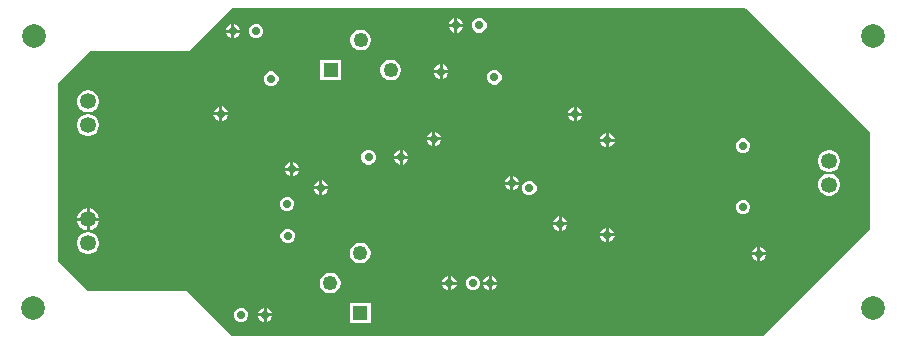
<source format=gbr>
G04*
G04 #@! TF.GenerationSoftware,Altium Limited,Altium Designer,23.8.1 (32)*
G04*
G04 Layer_Physical_Order=2*
G04 Layer_Color=36540*
%FSLAX43Y43*%
%MOMM*%
G71*
G04*
G04 #@! TF.SameCoordinates,4157314E-2F8B-4695-BFB2-F8FC6B21436D*
G04*
G04*
G04 #@! TF.FilePolarity,Positive*
G04*
G01*
G75*
%ADD42C,1.350*%
%ADD43C,2.000*%
%ADD44R,1.250X1.250*%
%ADD45C,1.250*%
%ADD46R,1.250X1.250*%
%ADD47C,0.700*%
G36*
X73800Y17925D02*
X73800Y9750D01*
X64750Y700D01*
X19773D01*
X15973Y4500D01*
X7623D01*
X5075Y7048D01*
Y22100D01*
X7825Y24850D01*
X16175D01*
X19800Y28475D01*
X63250D01*
X73800Y17925D01*
D02*
G37*
%LPC*%
G36*
X38887Y27576D02*
Y27102D01*
X39361D01*
X39272Y27317D01*
X39102Y27487D01*
X38887Y27576D01*
D02*
G37*
G36*
X38633D02*
X38418Y27487D01*
X38248Y27317D01*
X38159Y27102D01*
X38633D01*
Y27576D01*
D02*
G37*
G36*
X20002Y27076D02*
Y26602D01*
X20476D01*
X20387Y26817D01*
X20217Y26987D01*
X20002Y27076D01*
D02*
G37*
G36*
X19748D02*
X19533Y26987D01*
X19363Y26817D01*
X19274Y26602D01*
X19748D01*
Y27076D01*
D02*
G37*
G36*
X39361Y26848D02*
X38887D01*
Y26374D01*
X39102Y26463D01*
X39272Y26633D01*
X39361Y26848D01*
D02*
G37*
G36*
X38633D02*
X38159D01*
X38248Y26633D01*
X38418Y26463D01*
X38633Y26374D01*
Y26848D01*
D02*
G37*
G36*
X40880Y27579D02*
X40640D01*
X40418Y27487D01*
X40248Y27317D01*
X40156Y27095D01*
Y26855D01*
X40248Y26633D01*
X40418Y26463D01*
X40640Y26371D01*
X40880D01*
X41102Y26463D01*
X41272Y26633D01*
X41364Y26855D01*
Y27095D01*
X41272Y27317D01*
X41102Y27487D01*
X40880Y27579D01*
D02*
G37*
G36*
X20476Y26348D02*
X20002D01*
Y25874D01*
X20217Y25963D01*
X20387Y26133D01*
X20476Y26348D01*
D02*
G37*
G36*
X19748D02*
X19274D01*
X19363Y26133D01*
X19533Y25963D01*
X19748Y25874D01*
Y26348D01*
D02*
G37*
G36*
X21995Y27079D02*
X21755D01*
X21533Y26987D01*
X21363Y26817D01*
X21271Y26595D01*
Y26355D01*
X21363Y26133D01*
X21533Y25963D01*
X21755Y25871D01*
X21995D01*
X22217Y25963D01*
X22387Y26133D01*
X22479Y26355D01*
Y26595D01*
X22387Y26817D01*
X22217Y26987D01*
X21995Y27079D01*
D02*
G37*
G36*
X30816Y26629D02*
X30584D01*
X30361Y26569D01*
X30160Y26453D01*
X29997Y26290D01*
X29881Y26089D01*
X29821Y25866D01*
Y25634D01*
X29881Y25411D01*
X29997Y25210D01*
X30160Y25047D01*
X30361Y24931D01*
X30584Y24871D01*
X30816D01*
X31039Y24931D01*
X31240Y25047D01*
X31403Y25210D01*
X31519Y25411D01*
X31579Y25634D01*
Y25866D01*
X31519Y26089D01*
X31403Y26290D01*
X31240Y26453D01*
X31039Y26569D01*
X30816Y26629D01*
D02*
G37*
G36*
X37652Y23676D02*
Y23202D01*
X38126D01*
X38037Y23417D01*
X37867Y23587D01*
X37652Y23676D01*
D02*
G37*
G36*
X37398D02*
X37183Y23587D01*
X37013Y23417D01*
X36924Y23202D01*
X37398D01*
Y23676D01*
D02*
G37*
G36*
X38126Y22948D02*
X37652D01*
Y22474D01*
X37867Y22563D01*
X38037Y22733D01*
X38126Y22948D01*
D02*
G37*
G36*
X37398D02*
X36924D01*
X37013Y22733D01*
X37183Y22563D01*
X37398Y22474D01*
Y22948D01*
D02*
G37*
G36*
X33356Y24089D02*
X33124D01*
X32901Y24029D01*
X32700Y23913D01*
X32537Y23750D01*
X32421Y23549D01*
X32361Y23326D01*
Y23094D01*
X32421Y22871D01*
X32537Y22670D01*
X32700Y22507D01*
X32901Y22391D01*
X33124Y22331D01*
X33356D01*
X33579Y22391D01*
X33780Y22507D01*
X33943Y22670D01*
X34059Y22871D01*
X34119Y23094D01*
Y23326D01*
X34059Y23549D01*
X33943Y23750D01*
X33780Y23913D01*
X33579Y24029D01*
X33356Y24089D01*
D02*
G37*
G36*
X29039D02*
X27281D01*
Y22331D01*
X29039D01*
Y24089D01*
D02*
G37*
G36*
X42150Y23179D02*
X41910D01*
X41688Y23087D01*
X41518Y22917D01*
X41426Y22695D01*
Y22455D01*
X41518Y22233D01*
X41688Y22063D01*
X41910Y21971D01*
X42150D01*
X42372Y22063D01*
X42542Y22233D01*
X42634Y22455D01*
Y22695D01*
X42542Y22917D01*
X42372Y23087D01*
X42150Y23179D01*
D02*
G37*
G36*
X23270Y23079D02*
X23030D01*
X22808Y22987D01*
X22638Y22817D01*
X22546Y22595D01*
Y22355D01*
X22638Y22133D01*
X22808Y21963D01*
X23030Y21871D01*
X23270D01*
X23492Y21963D01*
X23662Y22133D01*
X23754Y22355D01*
Y22595D01*
X23662Y22817D01*
X23492Y22987D01*
X23270Y23079D01*
D02*
G37*
G36*
X18977Y20116D02*
Y19642D01*
X19451D01*
X19362Y19857D01*
X19192Y20027D01*
X18977Y20116D01*
D02*
G37*
G36*
X18723D02*
X18508Y20027D01*
X18338Y19857D01*
X18249Y19642D01*
X18723D01*
Y20116D01*
D02*
G37*
G36*
X7749Y21479D02*
X7505D01*
X7268Y21416D01*
X7057Y21293D01*
X6884Y21120D01*
X6761Y20909D01*
X6698Y20672D01*
Y20428D01*
X6761Y20191D01*
X6884Y19980D01*
X7057Y19807D01*
X7268Y19684D01*
X7505Y19621D01*
X7749D01*
X7986Y19684D01*
X8197Y19807D01*
X8370Y19980D01*
X8493Y20191D01*
X8556Y20428D01*
Y20672D01*
X8493Y20909D01*
X8370Y21120D01*
X8197Y21293D01*
X7986Y21416D01*
X7749Y21479D01*
D02*
G37*
G36*
X49002Y20076D02*
Y19602D01*
X49476D01*
X49387Y19817D01*
X49217Y19987D01*
X49002Y20076D01*
D02*
G37*
G36*
X48748D02*
X48533Y19987D01*
X48363Y19817D01*
X48274Y19602D01*
X48748D01*
Y20076D01*
D02*
G37*
G36*
X19451Y19388D02*
X18977D01*
Y18914D01*
X19192Y19003D01*
X19362Y19173D01*
X19451Y19388D01*
D02*
G37*
G36*
X18723D02*
X18249D01*
X18338Y19173D01*
X18508Y19003D01*
X18723Y18914D01*
Y19388D01*
D02*
G37*
G36*
X49476Y19348D02*
X49002D01*
Y18874D01*
X49217Y18963D01*
X49387Y19133D01*
X49476Y19348D01*
D02*
G37*
G36*
X48748D02*
X48274D01*
X48363Y19133D01*
X48533Y18963D01*
X48748Y18874D01*
Y19348D01*
D02*
G37*
G36*
X7749Y19479D02*
X7505D01*
X7268Y19416D01*
X7057Y19293D01*
X6884Y19120D01*
X6761Y18909D01*
X6698Y18672D01*
Y18428D01*
X6761Y18191D01*
X6884Y17980D01*
X7057Y17807D01*
X7268Y17684D01*
X7505Y17621D01*
X7749D01*
X7986Y17684D01*
X8197Y17807D01*
X8370Y17980D01*
X8493Y18191D01*
X8556Y18428D01*
Y18672D01*
X8493Y18909D01*
X8370Y19120D01*
X8197Y19293D01*
X7986Y19416D01*
X7749Y19479D01*
D02*
G37*
G36*
X37027Y17966D02*
Y17492D01*
X37501D01*
X37412Y17707D01*
X37242Y17877D01*
X37027Y17966D01*
D02*
G37*
G36*
X36773D02*
X36558Y17877D01*
X36388Y17707D01*
X36299Y17492D01*
X36773D01*
Y17966D01*
D02*
G37*
G36*
X51727Y17851D02*
Y17377D01*
X52201D01*
X52112Y17592D01*
X51942Y17762D01*
X51727Y17851D01*
D02*
G37*
G36*
X51473D02*
X51258Y17762D01*
X51088Y17592D01*
X50999Y17377D01*
X51473D01*
Y17851D01*
D02*
G37*
G36*
X37501Y17238D02*
X37027D01*
Y16764D01*
X37242Y16853D01*
X37412Y17023D01*
X37501Y17238D01*
D02*
G37*
G36*
X36773D02*
X36299D01*
X36388Y17023D01*
X36558Y16853D01*
X36773Y16764D01*
Y17238D01*
D02*
G37*
G36*
X52201Y17123D02*
X51727D01*
Y16649D01*
X51942Y16738D01*
X52112Y16908D01*
X52201Y17123D01*
D02*
G37*
G36*
X51473D02*
X50999D01*
X51088Y16908D01*
X51258Y16738D01*
X51473Y16649D01*
Y17123D01*
D02*
G37*
G36*
X63195Y17404D02*
X62955D01*
X62733Y17312D01*
X62563Y17142D01*
X62471Y16920D01*
Y16680D01*
X62563Y16458D01*
X62733Y16288D01*
X62955Y16196D01*
X63195D01*
X63417Y16288D01*
X63587Y16458D01*
X63679Y16680D01*
Y16920D01*
X63587Y17142D01*
X63417Y17312D01*
X63195Y17404D01*
D02*
G37*
G36*
X34252Y16401D02*
Y15927D01*
X34726D01*
X34637Y16142D01*
X34467Y16312D01*
X34252Y16401D01*
D02*
G37*
G36*
X33998D02*
X33783Y16312D01*
X33613Y16142D01*
X33524Y15927D01*
X33998D01*
Y16401D01*
D02*
G37*
G36*
X34726Y15673D02*
X34252D01*
Y15199D01*
X34467Y15288D01*
X34637Y15458D01*
X34726Y15673D01*
D02*
G37*
G36*
X33998D02*
X33524D01*
X33613Y15458D01*
X33783Y15288D01*
X33998Y15199D01*
Y15673D01*
D02*
G37*
G36*
X31495Y16404D02*
X31255D01*
X31033Y16312D01*
X30863Y16142D01*
X30771Y15920D01*
Y15680D01*
X30863Y15458D01*
X31033Y15288D01*
X31255Y15196D01*
X31495D01*
X31717Y15288D01*
X31887Y15458D01*
X31979Y15680D01*
Y15920D01*
X31887Y16142D01*
X31717Y16312D01*
X31495Y16404D01*
D02*
G37*
G36*
X25002Y15391D02*
Y14917D01*
X25476D01*
X25387Y15132D01*
X25217Y15302D01*
X25002Y15391D01*
D02*
G37*
G36*
X24748D02*
X24533Y15302D01*
X24363Y15132D01*
X24274Y14917D01*
X24748D01*
Y15391D01*
D02*
G37*
G36*
X70495Y16429D02*
X70251D01*
X70014Y16366D01*
X69803Y16243D01*
X69630Y16070D01*
X69507Y15859D01*
X69444Y15622D01*
Y15378D01*
X69507Y15141D01*
X69630Y14930D01*
X69803Y14757D01*
X70014Y14634D01*
X70251Y14571D01*
X70495D01*
X70732Y14634D01*
X70943Y14757D01*
X71116Y14930D01*
X71239Y15141D01*
X71302Y15378D01*
Y15622D01*
X71239Y15859D01*
X71116Y16070D01*
X70943Y16243D01*
X70732Y16366D01*
X70495Y16429D01*
D02*
G37*
G36*
X25476Y14663D02*
X25002D01*
Y14189D01*
X25217Y14278D01*
X25387Y14448D01*
X25476Y14663D01*
D02*
G37*
G36*
X24748D02*
X24274D01*
X24363Y14448D01*
X24533Y14278D01*
X24748Y14189D01*
Y14663D01*
D02*
G37*
G36*
X43627Y14226D02*
Y13752D01*
X44101D01*
X44012Y13967D01*
X43842Y14137D01*
X43627Y14226D01*
D02*
G37*
G36*
X43373D02*
X43158Y14137D01*
X42988Y13967D01*
X42899Y13752D01*
X43373D01*
Y14226D01*
D02*
G37*
G36*
X27452Y13851D02*
Y13377D01*
X27926D01*
X27837Y13592D01*
X27667Y13762D01*
X27452Y13851D01*
D02*
G37*
G36*
X27198D02*
X26983Y13762D01*
X26813Y13592D01*
X26724Y13377D01*
X27198D01*
Y13851D01*
D02*
G37*
G36*
X44101Y13498D02*
X43627D01*
Y13024D01*
X43842Y13113D01*
X44012Y13283D01*
X44101Y13498D01*
D02*
G37*
G36*
X43373D02*
X42899D01*
X42988Y13283D01*
X43158Y13113D01*
X43373Y13024D01*
Y13498D01*
D02*
G37*
G36*
X27926Y13123D02*
X27452D01*
Y12649D01*
X27667Y12738D01*
X27837Y12908D01*
X27926Y13123D01*
D02*
G37*
G36*
X27198D02*
X26724D01*
X26813Y12908D01*
X26983Y12738D01*
X27198Y12649D01*
Y13123D01*
D02*
G37*
G36*
X45120Y13804D02*
X44880D01*
X44658Y13712D01*
X44488Y13542D01*
X44396Y13320D01*
Y13080D01*
X44488Y12858D01*
X44658Y12688D01*
X44880Y12596D01*
X45120D01*
X45342Y12688D01*
X45512Y12858D01*
X45604Y13080D01*
Y13320D01*
X45512Y13542D01*
X45342Y13712D01*
X45120Y13804D01*
D02*
G37*
G36*
X70495Y14429D02*
X70251D01*
X70014Y14366D01*
X69803Y14243D01*
X69630Y14070D01*
X69507Y13859D01*
X69444Y13622D01*
Y13378D01*
X69507Y13141D01*
X69630Y12930D01*
X69803Y12757D01*
X70014Y12634D01*
X70251Y12571D01*
X70495D01*
X70732Y12634D01*
X70943Y12757D01*
X71116Y12930D01*
X71239Y13141D01*
X71302Y13378D01*
Y13622D01*
X71239Y13859D01*
X71116Y14070D01*
X70943Y14243D01*
X70732Y14366D01*
X70495Y14429D01*
D02*
G37*
G36*
X24620Y12489D02*
X24380D01*
X24158Y12397D01*
X23988Y12227D01*
X23896Y12005D01*
Y11765D01*
X23988Y11543D01*
X24158Y11373D01*
X24380Y11281D01*
X24620D01*
X24842Y11373D01*
X25012Y11543D01*
X25104Y11765D01*
Y12005D01*
X25012Y12227D01*
X24842Y12397D01*
X24620Y12489D01*
D02*
G37*
G36*
X63220Y12204D02*
X62980D01*
X62758Y12112D01*
X62588Y11942D01*
X62496Y11720D01*
Y11480D01*
X62588Y11258D01*
X62758Y11088D01*
X62980Y10996D01*
X63220D01*
X63442Y11088D01*
X63612Y11258D01*
X63704Y11480D01*
Y11720D01*
X63612Y11942D01*
X63442Y12112D01*
X63220Y12204D01*
D02*
G37*
G36*
X7754Y11478D02*
Y10677D01*
X8555D01*
X8493Y10909D01*
X8370Y11120D01*
X8197Y11293D01*
X7986Y11416D01*
X7754Y11478D01*
D02*
G37*
G36*
X7500D02*
X7268Y11416D01*
X7057Y11293D01*
X6884Y11120D01*
X6761Y10909D01*
X6699Y10677D01*
X7500D01*
Y11478D01*
D02*
G37*
G36*
X47727Y10801D02*
Y10327D01*
X48201D01*
X48112Y10542D01*
X47942Y10712D01*
X47727Y10801D01*
D02*
G37*
G36*
X47473D02*
X47258Y10712D01*
X47088Y10542D01*
X46999Y10327D01*
X47473D01*
Y10801D01*
D02*
G37*
G36*
X8555Y10423D02*
X7754D01*
Y9622D01*
X7986Y9684D01*
X8197Y9807D01*
X8370Y9980D01*
X8493Y10191D01*
X8555Y10423D01*
D02*
G37*
G36*
X7500D02*
X6699D01*
X6761Y10191D01*
X6884Y9980D01*
X7057Y9807D01*
X7268Y9684D01*
X7500Y9622D01*
Y10423D01*
D02*
G37*
G36*
X48201Y10073D02*
X47727D01*
Y9599D01*
X47942Y9688D01*
X48112Y9858D01*
X48201Y10073D01*
D02*
G37*
G36*
X47473D02*
X46999D01*
X47088Y9858D01*
X47258Y9688D01*
X47473Y9599D01*
Y10073D01*
D02*
G37*
G36*
X51727Y9851D02*
Y9377D01*
X52201D01*
X52112Y9592D01*
X51942Y9762D01*
X51727Y9851D01*
D02*
G37*
G36*
X51473D02*
X51258Y9762D01*
X51088Y9592D01*
X50999Y9377D01*
X51473D01*
Y9851D01*
D02*
G37*
G36*
X52201Y9123D02*
X51727D01*
Y8649D01*
X51942Y8738D01*
X52112Y8908D01*
X52201Y9123D01*
D02*
G37*
G36*
X51473D02*
X50999D01*
X51088Y8908D01*
X51258Y8738D01*
X51473Y8649D01*
Y9123D01*
D02*
G37*
G36*
X24645Y9779D02*
X24405D01*
X24183Y9687D01*
X24013Y9517D01*
X23921Y9295D01*
Y9055D01*
X24013Y8833D01*
X24183Y8663D01*
X24405Y8571D01*
X24645D01*
X24867Y8663D01*
X25037Y8833D01*
X25129Y9055D01*
Y9295D01*
X25037Y9517D01*
X24867Y9687D01*
X24645Y9779D01*
D02*
G37*
G36*
X64552Y8251D02*
Y7777D01*
X65026D01*
X64937Y7992D01*
X64767Y8162D01*
X64552Y8251D01*
D02*
G37*
G36*
X64298D02*
X64083Y8162D01*
X63913Y7992D01*
X63824Y7777D01*
X64298D01*
Y8251D01*
D02*
G37*
G36*
X7749Y9479D02*
X7505D01*
X7268Y9416D01*
X7057Y9293D01*
X6884Y9120D01*
X6761Y8909D01*
X6698Y8672D01*
Y8428D01*
X6761Y8191D01*
X6884Y7980D01*
X7057Y7807D01*
X7268Y7684D01*
X7505Y7621D01*
X7749D01*
X7986Y7684D01*
X8197Y7807D01*
X8370Y7980D01*
X8493Y8191D01*
X8556Y8428D01*
Y8672D01*
X8493Y8909D01*
X8370Y9120D01*
X8197Y9293D01*
X7986Y9416D01*
X7749Y9479D01*
D02*
G37*
G36*
X65026Y7523D02*
X64552D01*
Y7049D01*
X64767Y7138D01*
X64937Y7308D01*
X65026Y7523D01*
D02*
G37*
G36*
X64298D02*
X63824D01*
X63913Y7308D01*
X64083Y7138D01*
X64298Y7049D01*
Y7523D01*
D02*
G37*
G36*
X30781Y8594D02*
X30549D01*
X30326Y8534D01*
X30125Y8418D01*
X29962Y8255D01*
X29846Y8054D01*
X29786Y7831D01*
Y7599D01*
X29846Y7376D01*
X29962Y7175D01*
X30125Y7012D01*
X30326Y6896D01*
X30549Y6836D01*
X30781D01*
X31004Y6896D01*
X31205Y7012D01*
X31368Y7175D01*
X31484Y7376D01*
X31544Y7599D01*
Y7831D01*
X31484Y8054D01*
X31368Y8255D01*
X31205Y8418D01*
X31004Y8534D01*
X30781Y8594D01*
D02*
G37*
G36*
X41802Y5751D02*
Y5277D01*
X42276D01*
X42187Y5492D01*
X42017Y5662D01*
X41802Y5751D01*
D02*
G37*
G36*
X41548D02*
X41333Y5662D01*
X41163Y5492D01*
X41074Y5277D01*
X41548D01*
Y5751D01*
D02*
G37*
G36*
X38352D02*
Y5277D01*
X38826D01*
X38737Y5492D01*
X38567Y5662D01*
X38352Y5751D01*
D02*
G37*
G36*
X38098D02*
X37883Y5662D01*
X37713Y5492D01*
X37624Y5277D01*
X38098D01*
Y5751D01*
D02*
G37*
G36*
X42276Y5023D02*
X41802D01*
Y4549D01*
X42017Y4638D01*
X42187Y4808D01*
X42276Y5023D01*
D02*
G37*
G36*
X41548D02*
X41074D01*
X41163Y4808D01*
X41333Y4638D01*
X41548Y4549D01*
Y5023D01*
D02*
G37*
G36*
X38826D02*
X38352D01*
Y4549D01*
X38567Y4638D01*
X38737Y4808D01*
X38826Y5023D01*
D02*
G37*
G36*
X38098D02*
X37624D01*
X37713Y4808D01*
X37883Y4638D01*
X38098Y4549D01*
Y5023D01*
D02*
G37*
G36*
X40345Y5754D02*
X40105D01*
X39883Y5662D01*
X39713Y5492D01*
X39621Y5270D01*
Y5030D01*
X39713Y4808D01*
X39883Y4638D01*
X40105Y4546D01*
X40345D01*
X40567Y4638D01*
X40737Y4808D01*
X40829Y5030D01*
Y5270D01*
X40737Y5492D01*
X40567Y5662D01*
X40345Y5754D01*
D02*
G37*
G36*
X28241Y6054D02*
X28009D01*
X27786Y5994D01*
X27585Y5878D01*
X27422Y5715D01*
X27306Y5514D01*
X27246Y5291D01*
Y5059D01*
X27306Y4836D01*
X27422Y4635D01*
X27585Y4472D01*
X27786Y4356D01*
X28009Y4296D01*
X28241D01*
X28464Y4356D01*
X28665Y4472D01*
X28828Y4635D01*
X28944Y4836D01*
X29004Y5059D01*
Y5291D01*
X28944Y5514D01*
X28828Y5715D01*
X28665Y5878D01*
X28464Y5994D01*
X28241Y6054D01*
D02*
G37*
G36*
X22742Y3076D02*
Y2602D01*
X23216D01*
X23127Y2817D01*
X22957Y2987D01*
X22742Y3076D01*
D02*
G37*
G36*
X22488D02*
X22273Y2987D01*
X22103Y2817D01*
X22014Y2602D01*
X22488D01*
Y3076D01*
D02*
G37*
G36*
X23216Y2348D02*
X22742D01*
Y1874D01*
X22957Y1963D01*
X23127Y2133D01*
X23216Y2348D01*
D02*
G37*
G36*
X22488D02*
X22014D01*
X22103Y2133D01*
X22273Y1963D01*
X22488Y1874D01*
Y2348D01*
D02*
G37*
G36*
X20720Y3079D02*
X20480D01*
X20258Y2987D01*
X20088Y2817D01*
X19996Y2595D01*
Y2355D01*
X20088Y2133D01*
X20258Y1963D01*
X20480Y1871D01*
X20720D01*
X20942Y1963D01*
X21112Y2133D01*
X21204Y2355D01*
Y2595D01*
X21112Y2817D01*
X20942Y2987D01*
X20720Y3079D01*
D02*
G37*
G36*
X31544Y3514D02*
X29786D01*
Y1756D01*
X31544D01*
Y3514D01*
D02*
G37*
%LPD*%
D42*
X7627Y20550D02*
D03*
Y18550D02*
D03*
Y10550D02*
D03*
Y8550D02*
D03*
X70373Y13500D02*
D03*
Y15500D02*
D03*
D43*
X3000Y3050D02*
D03*
X3050Y26050D02*
D03*
X74050Y3050D02*
D03*
Y26050D02*
D03*
D44*
X28160Y23210D02*
D03*
D45*
X30700Y25750D02*
D03*
X33240Y23210D02*
D03*
X28125Y5175D02*
D03*
X30665Y7715D02*
D03*
D46*
Y2635D02*
D03*
D47*
X24875Y14790D02*
D03*
X34125Y15800D02*
D03*
X43500Y13625D02*
D03*
X51600Y9250D02*
D03*
X47600Y10200D02*
D03*
X51600Y17250D02*
D03*
X64425Y7650D02*
D03*
X63100Y11600D02*
D03*
X63075Y16800D02*
D03*
X40760Y26975D02*
D03*
X20600Y2475D02*
D03*
X24500Y11885D02*
D03*
X21875Y26475D02*
D03*
X23150Y22475D02*
D03*
X22615Y2475D02*
D03*
X24525Y9175D02*
D03*
X27325Y13250D02*
D03*
X48875Y19475D02*
D03*
X45000Y13200D02*
D03*
X41675Y5150D02*
D03*
X36900Y17365D02*
D03*
X37525Y23075D02*
D03*
X40225Y5150D02*
D03*
X42030Y22575D02*
D03*
X31375Y15800D02*
D03*
X38760Y26975D02*
D03*
X19875Y26475D02*
D03*
X38225Y5150D02*
D03*
X18850Y19515D02*
D03*
M02*

</source>
